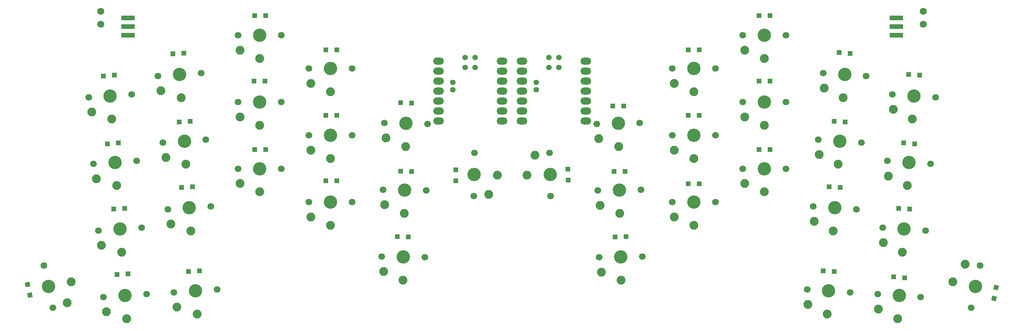
<source format=gbs>
%TF.GenerationSoftware,KiCad,Pcbnew,9.0.2*%
%TF.CreationDate,2025-07-04T08:31:17-06:00*%
%TF.ProjectId,Orcus,4f726375-732e-46b6-9963-61645f706362,rev?*%
%TF.SameCoordinates,Original*%
%TF.FileFunction,Soldermask,Bot*%
%TF.FilePolarity,Negative*%
%FSLAX46Y46*%
G04 Gerber Fmt 4.6, Leading zero omitted, Abs format (unit mm)*
G04 Created by KiCad (PCBNEW 9.0.2) date 2025-07-04 08:31:17*
%MOMM*%
%LPD*%
G01*
G04 APERTURE LIST*
G04 Aperture macros list*
%AMRotRect*
0 Rectangle, with rotation*
0 The origin of the aperture is its center*
0 $1 length*
0 $2 width*
0 $3 Rotation angle, in degrees counterclockwise*
0 Add horizontal line*
21,1,$1,$2,0,0,$3*%
G04 Aperture macros list end*
%ADD10C,3.400000*%
%ADD11C,2.250000*%
%ADD12C,1.700000*%
%ADD13C,1.800000*%
%ADD14R,3.500000X1.200000*%
%ADD15O,2.750000X1.800000*%
%ADD16C,1.397000*%
%ADD17RotRect,1.200000X1.200000X184.000000*%
%ADD18R,1.200000X1.200000*%
%ADD19RotRect,1.200000X1.200000X78.000000*%
%ADD20RotRect,1.200000X1.200000X176.000000*%
%ADD21RotRect,1.200000X1.200000X181.000000*%
%ADD22RotRect,1.200000X1.200000X179.000000*%
%ADD23RotRect,1.200000X1.200000X91.000000*%
%ADD24RotRect,1.200000X1.200000X269.000000*%
%ADD25RotRect,1.200000X1.200000X282.000000*%
G04 APERTURE END LIST*
D10*
%TO.C,SW30*%
X137980875Y-76221845D03*
D11*
X143879976Y-76324814D03*
X141693034Y-81287403D03*
D12*
X137884887Y-81721007D03*
X138076863Y-70722683D03*
%TD*%
D10*
%TO.C,SW6*%
X157340851Y-76221845D03*
D11*
X151441750Y-76324814D03*
X153454168Y-71288926D03*
D12*
X157244863Y-70722683D03*
X157436839Y-81721007D03*
%TD*%
D10*
%TO.C,SW25*%
X46569932Y-73127394D03*
D11*
X46981495Y-79013022D03*
X41847186Y-77266920D03*
D12*
X41083330Y-73511055D03*
X52056534Y-72743733D03*
%TD*%
D10*
%TO.C,SW24*%
X120623220Y-63184147D03*
D11*
X120520251Y-69083248D03*
X115557662Y-66896306D03*
D12*
X115124058Y-63088159D03*
X126122382Y-63280135D03*
%TD*%
D10*
%TO.C,SW38*%
X67037316Y-105858711D03*
D11*
X67448879Y-111744339D03*
X62314570Y-109998237D03*
D12*
X61550714Y-106242372D03*
X72523918Y-105475050D03*
%TD*%
D10*
%TO.C,SW16*%
X247496179Y-90085982D03*
D11*
X247084616Y-95971610D03*
X242243284Y-93527943D03*
D12*
X242009577Y-89702321D03*
X252982781Y-90469643D03*
%TD*%
D10*
%TO.C,SW32*%
X65467797Y-84660476D03*
D11*
X65879360Y-90546104D03*
X60745051Y-88800002D03*
D12*
X59981195Y-85044137D03*
X70954399Y-84276815D03*
%TD*%
D10*
%TO.C,SW3*%
X211921726Y-40713642D03*
D11*
X211921726Y-46613642D03*
X206921726Y-44513642D03*
D12*
X206421726Y-40713642D03*
X217421726Y-40713642D03*
%TD*%
D10*
%TO.C,SW15*%
X229853929Y-84660476D03*
D11*
X229442366Y-90546104D03*
X224601034Y-88102437D03*
D12*
X224367327Y-84276815D03*
X235340531Y-85044137D03*
%TD*%
D10*
%TO.C,SW13*%
X193921726Y-83213642D03*
D11*
X193921726Y-89113642D03*
X188921726Y-87013642D03*
D12*
X188421726Y-83213642D03*
X199421726Y-83213642D03*
%TD*%
D10*
%TO.C,SW37*%
X49081164Y-107044572D03*
D11*
X49492727Y-112930200D03*
X44358418Y-111184098D03*
D12*
X43594562Y-107428233D03*
X54567766Y-106660911D03*
%TD*%
D10*
%TO.C,SW18*%
X246240562Y-107044572D03*
D11*
X245828999Y-112930200D03*
X240987667Y-110486533D03*
D12*
X240753960Y-106660911D03*
X251727164Y-107428233D03*
%TD*%
D10*
%TO.C,SW2*%
X193921726Y-49213642D03*
D11*
X193921726Y-55113642D03*
X188921726Y-53013642D03*
D12*
X188421726Y-49213642D03*
X199421726Y-49213642D03*
%TD*%
D10*
%TO.C,SW21*%
X62956563Y-50743298D03*
D11*
X63368126Y-56628926D03*
X58233817Y-54882824D03*
D12*
X57469961Y-51126959D03*
X68443165Y-50359637D03*
%TD*%
D10*
%TO.C,SW8*%
X193921726Y-66213642D03*
D11*
X193921726Y-72113642D03*
X188921726Y-70013642D03*
D12*
X188421726Y-66213642D03*
X199421726Y-66213642D03*
%TD*%
D10*
%TO.C,SW19*%
X265707378Y-104743616D03*
D11*
X259936307Y-103516937D03*
X263029976Y-99062814D03*
D12*
X266850892Y-99363804D03*
X264563864Y-110123428D03*
%TD*%
D10*
%TO.C,SW20*%
X45314315Y-56168804D03*
D11*
X45725878Y-62054432D03*
X40591569Y-60308330D03*
D12*
X39827713Y-56552465D03*
X50800917Y-55785143D03*
%TD*%
D10*
%TO.C,SW23*%
X101400000Y-49213642D03*
D11*
X101400000Y-55113642D03*
X96400000Y-53013642D03*
D12*
X95900000Y-49213642D03*
X106900000Y-49213642D03*
%TD*%
D10*
%TO.C,SW34*%
X101400000Y-83213642D03*
D11*
X101400000Y-89113642D03*
X96400000Y-87013642D03*
D12*
X95900000Y-83213642D03*
X106900000Y-83213642D03*
%TD*%
D10*
%TO.C,SW12*%
X175326791Y-97178968D03*
D11*
X175429760Y-103078069D03*
X170393872Y-101065651D03*
D12*
X169827629Y-97274956D03*
X180825953Y-97082980D03*
%TD*%
D10*
%TO.C,SW35*%
X119994934Y-97178968D03*
D11*
X119891965Y-103078069D03*
X114929376Y-100891127D03*
D12*
X114495772Y-97082980D03*
X125494096Y-97274956D03*
%TD*%
D10*
%TO.C,SW31*%
X47825547Y-90085982D03*
D11*
X48237110Y-95971610D03*
X43102801Y-94225508D03*
D12*
X42338945Y-90469643D03*
X53312149Y-89702321D03*
%TD*%
D10*
%TO.C,SW14*%
X211921726Y-74713642D03*
D11*
X211921726Y-80613642D03*
X206921726Y-78513642D03*
D12*
X206421726Y-74713642D03*
X217421726Y-74713642D03*
%TD*%
D10*
%TO.C,SW28*%
X101400000Y-66213642D03*
D11*
X101400000Y-72113642D03*
X96400000Y-70013642D03*
D12*
X95900000Y-66213642D03*
X106900000Y-66213642D03*
%TD*%
D10*
%TO.C,SW1*%
X174698505Y-63184147D03*
D11*
X174801474Y-69083248D03*
X169765586Y-67070830D03*
D12*
X169199343Y-63280135D03*
X180197667Y-63088159D03*
%TD*%
D10*
%TO.C,SW27*%
X83400000Y-57713642D03*
D11*
X83400000Y-63613642D03*
X78400000Y-61513642D03*
D12*
X77900000Y-57713642D03*
X88900000Y-57713642D03*
%TD*%
D10*
%TO.C,SW7*%
X175012648Y-80181557D03*
D11*
X175115617Y-86080658D03*
X170079729Y-84068240D03*
D12*
X169513486Y-80277545D03*
X180511810Y-80085569D03*
%TD*%
D10*
%TO.C,SW33*%
X83400000Y-74713642D03*
D11*
X83400000Y-80613642D03*
X78400000Y-78513642D03*
D12*
X77900000Y-74713642D03*
X88900000Y-74713642D03*
%TD*%
D10*
%TO.C,SW10*%
X231109546Y-67701887D03*
D11*
X230697983Y-73587515D03*
X225856651Y-71143848D03*
D12*
X225622944Y-67318226D03*
X236596148Y-68085548D03*
%TD*%
D10*
%TO.C,SW11*%
X248751794Y-73127394D03*
D11*
X248340231Y-79013022D03*
X243498899Y-76569355D03*
D12*
X243265192Y-72743733D03*
X254238396Y-73511055D03*
%TD*%
D10*
%TO.C,SW26*%
X64212180Y-67701887D03*
D11*
X64623743Y-73587515D03*
X59489434Y-71841413D03*
D12*
X58725578Y-68085548D03*
X69698782Y-67318226D03*
%TD*%
D10*
%TO.C,SW29*%
X120309077Y-80181557D03*
D11*
X120206108Y-86080658D03*
X115243519Y-83893716D03*
D12*
X114809915Y-80085569D03*
X125808239Y-80277545D03*
%TD*%
D10*
%TO.C,SW17*%
X228284410Y-105858711D03*
D11*
X227872847Y-111744339D03*
X223031515Y-109300672D03*
D12*
X222797808Y-105475050D03*
X233771012Y-106242372D03*
%TD*%
D10*
%TO.C,SW5*%
X250007411Y-56168804D03*
D11*
X249595848Y-62054432D03*
X244754516Y-59610765D03*
D12*
X244520809Y-55785143D03*
X255494013Y-56552465D03*
%TD*%
D10*
%TO.C,SW9*%
X211921726Y-57713642D03*
D11*
X211921726Y-63613642D03*
X206921726Y-61513642D03*
D12*
X206421726Y-57713642D03*
X217421726Y-57713642D03*
%TD*%
D10*
%TO.C,SW22*%
X83400000Y-40713642D03*
D11*
X83400000Y-46613642D03*
X78400000Y-44513642D03*
D12*
X77900000Y-40713642D03*
X88900000Y-40713642D03*
%TD*%
D10*
%TO.C,SW4*%
X232365163Y-50743298D03*
D11*
X231953600Y-56628926D03*
X227112268Y-54185259D03*
D12*
X226878561Y-50359637D03*
X237851765Y-51126959D03*
%TD*%
D10*
%TO.C,SW36*%
X29614348Y-104743616D03*
D11*
X35385419Y-103516937D03*
X34370867Y-108844290D03*
D12*
X30757862Y-110123428D03*
X28470834Y-99363804D03*
%TD*%
D13*
%TO.C,-*%
X252386588Y-34638642D03*
%TD*%
D14*
%TO.C,J5*%
X245491588Y-36333642D03*
X245491588Y-38533642D03*
X245491588Y-40733642D03*
%TD*%
D13*
%TO.C,+*%
X42935138Y-37888642D03*
%TD*%
D14*
%TO.C,J6*%
X49830138Y-40733642D03*
X49830138Y-38533642D03*
X49830138Y-36333642D03*
%TD*%
D15*
%TO.C,U3*%
X150215863Y-47318642D03*
X150215863Y-49858642D03*
X150215863Y-52398642D03*
X150215863Y-54938642D03*
X150215863Y-57478642D03*
X150215863Y-60018642D03*
X150215863Y-62558642D03*
X166405863Y-62558642D03*
X166405863Y-60018642D03*
X166405863Y-57478642D03*
X166405863Y-54938642D03*
X166405863Y-52398642D03*
X166405863Y-49858642D03*
X166405863Y-47318642D03*
D16*
X153865863Y-54621642D03*
X153865863Y-52716642D03*
X157040863Y-46366642D03*
X159580863Y-46366642D03*
X157040863Y-48906642D03*
X159580863Y-48906642D03*
%TD*%
D15*
%TO.C,U1*%
X128915863Y-47318642D03*
X128915863Y-49858642D03*
X128915863Y-52398642D03*
X128915863Y-54938642D03*
X128915863Y-57478642D03*
X128915863Y-60018642D03*
X128915863Y-62558642D03*
X145105863Y-62558642D03*
X145105863Y-60018642D03*
X145105863Y-57478642D03*
X145105863Y-54938642D03*
X145105863Y-52398642D03*
X145105863Y-49858642D03*
X145105863Y-47318642D03*
D16*
X132565863Y-54621642D03*
X132565863Y-52716642D03*
X135740863Y-46366642D03*
X138280863Y-46366642D03*
X135740863Y-48906642D03*
X138280863Y-48906642D03*
%TD*%
D13*
%TO.C,-*%
X42935138Y-34638642D03*
%TD*%
%TO.C,+*%
X252386588Y-37888642D03*
%TD*%
D17*
%TO.C,D25*%
X47434090Y-68164841D03*
X44640910Y-68360159D03*
%TD*%
D18*
%TO.C,D13*%
X195321726Y-78581250D03*
X192521726Y-78581250D03*
%TD*%
D17*
%TO.C,D26*%
X65690340Y-62608591D03*
X62897160Y-62803909D03*
%TD*%
D19*
%TO.C,D19*%
X270377674Y-107731907D03*
X270959826Y-104993093D03*
%TD*%
D20*
%TO.C,D4*%
X233761753Y-45341409D03*
X230968573Y-45146091D03*
%TD*%
D18*
%TO.C,D27*%
X84743750Y-52387500D03*
X81943750Y-52387500D03*
%TD*%
D21*
%TO.C,D1*%
X176098292Y-58713067D03*
X173298718Y-58761933D03*
%TD*%
D18*
%TO.C,D33*%
X84931250Y-69850000D03*
X82131250Y-69850000D03*
%TD*%
D21*
%TO.C,D12*%
X176726578Y-92050567D03*
X173927004Y-92099433D03*
%TD*%
D22*
%TO.C,D35*%
X121256037Y-92099433D03*
X118456463Y-92050567D03*
%TD*%
%TO.C,D29*%
X122049787Y-75406249D03*
X119250213Y-75357383D03*
%TD*%
D20*
%TO.C,D11*%
X250148384Y-68360159D03*
X247355204Y-68164841D03*
%TD*%
%TO.C,D18*%
X247637152Y-102491409D03*
X244843972Y-102296091D03*
%TD*%
D18*
%TO.C,D2*%
X195321726Y-44450000D03*
X192521726Y-44450000D03*
%TD*%
%TO.C,D8*%
X195321726Y-61118750D03*
X192521726Y-61118750D03*
%TD*%
D17*
%TO.C,D37*%
X49815340Y-101502341D03*
X47022160Y-101697659D03*
%TD*%
D18*
%TO.C,D3*%
X213321726Y-35718750D03*
X210521726Y-35718750D03*
%TD*%
D17*
%TO.C,D21*%
X64102840Y-45243750D03*
X61309660Y-45439068D03*
%TD*%
%TO.C,D20*%
X46396590Y-50902341D03*
X43603410Y-51097659D03*
%TD*%
%TO.C,D38*%
X68071590Y-100708591D03*
X65278410Y-100903909D03*
%TD*%
%TO.C,D32*%
X66296590Y-79277341D03*
X63503410Y-79472659D03*
%TD*%
D20*
%TO.C,D10*%
X232506136Y-62803909D03*
X229712956Y-62608591D03*
%TD*%
%TO.C,D15*%
X231250519Y-79472659D03*
X228457339Y-79277341D03*
%TD*%
D18*
%TO.C,D22*%
X84931250Y-35718750D03*
X82131250Y-35718750D03*
%TD*%
D17*
%TO.C,D31*%
X49021590Y-84833591D03*
X46228410Y-85028909D03*
%TD*%
D20*
%TO.C,D17*%
X229681000Y-100903909D03*
X226887820Y-100708591D03*
%TD*%
%TO.C,D16*%
X248892769Y-85028909D03*
X246099589Y-84833591D03*
%TD*%
D18*
%TO.C,D14*%
X213321726Y-69850000D03*
X210521726Y-69850000D03*
%TD*%
D22*
%TO.C,D24*%
X122049787Y-57968183D03*
X119250213Y-57919317D03*
%TD*%
D18*
%TO.C,D28*%
X103000000Y-61118750D03*
X100200000Y-61118750D03*
%TD*%
D20*
%TO.C,D5*%
X251404001Y-50897659D03*
X248610821Y-50702341D03*
%TD*%
D18*
%TO.C,D9*%
X213321726Y-52387500D03*
X210521726Y-52387500D03*
%TD*%
%TO.C,D23*%
X103000000Y-44450000D03*
X100200000Y-44450000D03*
%TD*%
D21*
%TO.C,D7*%
X176412435Y-75381817D03*
X173612861Y-75430683D03*
%TD*%
D23*
%TO.C,D6*%
X161949433Y-77599787D03*
X161900567Y-74800213D03*
%TD*%
D24*
%TO.C,D30*%
X133350000Y-74987926D03*
X133301134Y-77787500D03*
%TD*%
D25*
%TO.C,D36*%
X24315174Y-104199343D03*
X24897326Y-106938157D03*
%TD*%
D18*
%TO.C,D34*%
X103000000Y-77787500D03*
X100200000Y-77787500D03*
%TD*%
M02*

</source>
